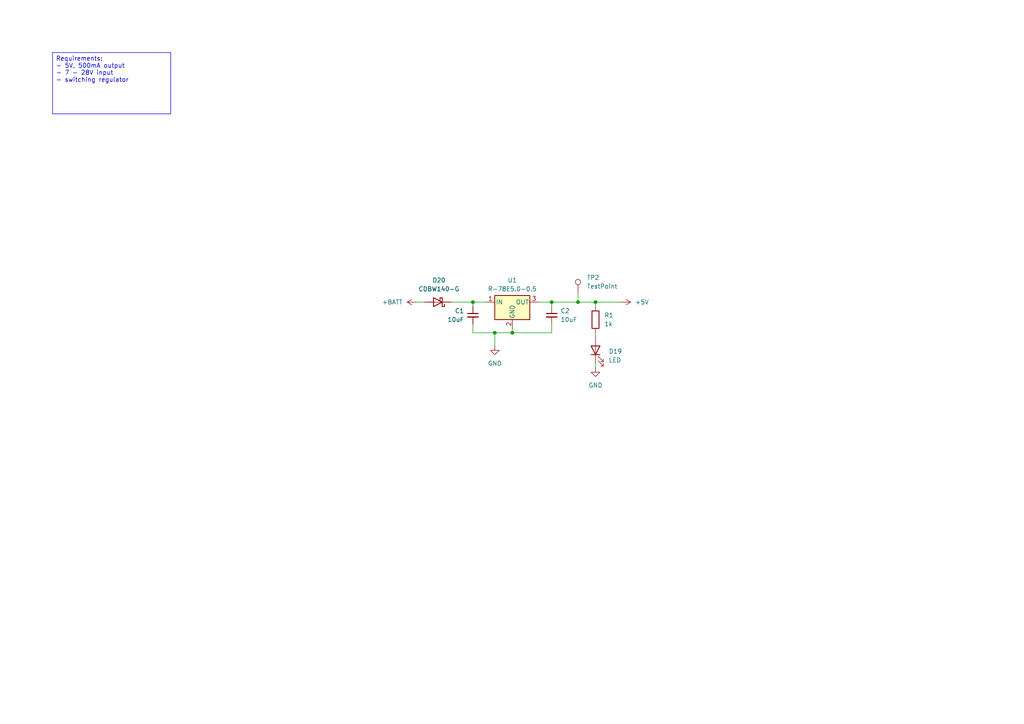
<source format=kicad_sch>
(kicad_sch (version 20250114) (generator "eeschema") (generator_version "9.0")
  (paper "A4")
  (lib_symbols
    (symbol "Connector:TestPoint" (pin_numbers (hide yes)) (pin_names (offset 0.762) (hide yes))
      (property "Reference" "TP" (at 0 6.858 0))
      (property "Value" "TestPoint" (at 0 5.08 0))
      (symbol "TestPoint_0_1"
        (circle (center 0 3.302) (radius 0.762))
      )
      (symbol "TestPoint_1_1"
        (pin passive line (at 0 0 90) (length 2.54) (name "1") (number "1"))
      )
    )
    (symbol "Device:C_Small" (pin_numbers (hide yes)) (pin_names (offset 0.254) (hide yes))
      (property "Reference" "C" (at 0.254 1.778 0))
      (property "Value" "C_Small" (at 0.254 -2.032 0))
      (symbol "C_Small_0_1"
        (polyline (pts (xy -1.524 0.508) (xy 1.524 0.508)) (stroke (width 0.3048)))
        (polyline (pts (xy -1.524 -0.508) (xy 1.524 -0.508)) (stroke (width 0.3302)))
      )
      (symbol "C_Small_1_1"
        (pin passive line (at 0 2.54 270) (length 2.032) (name "~") (number "1"))
        (pin passive line (at 0 -2.54 90) (length 2.032) (name "~") (number "2"))
      )
    )
    (symbol "Device:LED" (pin_numbers (hide yes)) (pin_names (offset 1.016) (hide yes))
      (property "Reference" "D" (at 0 2.54 0))
      (property "Value" "LED" (at 0 -2.54 0))
      (symbol "LED_0_1"
        (polyline (pts (xy -3.048 -0.762) (xy -4.572 -2.286) (xy -3.81 -2.286) (xy -4.572 -2.286) (xy -4.572 -1.524)))
        (polyline (pts (xy -1.778 -0.762) (xy -3.302 -2.286) (xy -2.54 -2.286) (xy -3.302 -2.286) (xy -3.302 -1.524)))
        (polyline (pts (xy -1.27 0) (xy 1.27 0)))
        (polyline (pts (xy -1.27 -1.27) (xy -1.27 1.27)) (stroke (width 0.254)))
        (polyline (pts (xy 1.27 -1.27) (xy 1.27 1.27) (xy -1.27 0) (xy 1.27 -1.27)) (stroke (width 0.254)))
      )
      (symbol "LED_1_1"
        (pin passive line (at -3.81 0 0) (length 2.54) (name "K") (number "1"))
        (pin passive line (at 3.81 0 180) (length 2.54) (name "A") (number "2"))
      )
    )
    (symbol "Device:R" (pin_numbers (hide yes)) (pin_names (offset 0))
      (property "Reference" "R" (at 2.032 0 90))
      (property "Value" "R" (at 0 0 90))
      (symbol "R_0_1"
        (rectangle (start -1.016 -2.54) (end 1.016 2.54) (stroke (width 0.254)))
      )
      (symbol "R_1_1"
        (pin passive line (at 0 3.81 270) (length 1.27) (name "~") (number "1"))
        (pin passive line (at 0 -3.81 90) (length 1.27) (name "~") (number "2"))
      )
    )
    (symbol "Diode:SB130" (pin_numbers (hide yes)) (pin_names (offset 1.016) (hide yes))
      (property "Reference" "D" (at 0 2.54 0))
      (property "Value" "SB130" (at 0 -2.54 0))
      (symbol "SB130_0_1"
        (polyline (pts (xy -1.905 0.635) (xy -1.905 1.27) (xy -1.27 1.27) (xy -1.27 -1.27) (xy -0.635 -1.27) (xy -0.635 -0.635)) (stroke (width 0.254)))
        (polyline (pts (xy 1.27 1.27) (xy 1.27 -1.27) (xy -1.27 0) (xy 1.27 1.27)) (stroke (width 0.254)))
        (polyline (pts (xy 1.27 0) (xy -1.27 0)))
      )
      (symbol "SB130_1_1"
        (pin passive line (at -3.81 0 0) (length 2.54) (name "K") (number "1"))
        (pin passive line (at 3.81 0 180) (length 2.54) (name "A") (number "2"))
      )
    )
    (symbol "Regulator_Switching:R-78E5.0-0.5" (pin_names (offset 0.254))
      (property "Reference" "U" (at -3.81 3.175 0))
      (property "Value" "R-78E5.0-0.5" (at 0 3.175 0))
      (symbol "R-78E5.0-0.5_0_1"
        (rectangle (start -5.08 1.905) (end 5.08 -5.08) (stroke (width 0.254)) (fill (type background)))
      )
      (symbol "R-78E5.0-0.5_1_1"
        (pin power_in line (at -7.62 0 0) (length 2.54) (name "IN") (number "1"))
        (pin power_in line (at 0 -7.62 90) (length 2.54) (name "GND") (number "2"))
        (pin power_out line (at 7.62 0 180) (length 2.54) (name "OUT") (number "3"))
      )
    )
    (symbol "power:+5V" (power) (pin_numbers (hide yes)) (pin_names (offset 0) (hide yes))
      (property "Value" "+5V" (at 0 3.556 0))
      (symbol "+5V_0_1"
        (polyline (pts (xy -0.762 1.27) (xy 0 2.54)))
        (polyline (pts (xy 0 2.54) (xy 0.762 1.27)))
        (polyline (pts (xy 0 0) (xy 0 2.54)))
      )
      (symbol "+5V_1_1"
        (pin power_in line (at 0 0 90) (length 0) (name "~") (number "1"))
      )
    )
    (symbol "power:+BATT" (power) (pin_numbers (hide yes)) (pin_names (offset 0) (hide yes))
      (property "Value" "+BATT" (at 0 3.556 0))
      (symbol "+BATT_0_1"
        (polyline (pts (xy -0.762 1.27) (xy 0 2.54)))
        (polyline (pts (xy 0 2.54) (xy 0.762 1.27)))
        (polyline (pts (xy 0 0) (xy 0 2.54)))
      )
      (symbol "+BATT_1_1"
        (pin power_in line (at 0 0 90) (length 0) (name "~") (number "1"))
      )
    )
    (symbol "power:GND" (power) (pin_numbers (hide yes)) (pin_names (offset 0) (hide yes))
      (property "Value" "GND" (at 0 -3.81 0))
      (symbol "GND_0_1"
        (polyline (pts (xy 0 0) (xy 0 -1.27) (xy 1.27 -1.27) (xy 0 -2.54) (xy -1.27 -1.27) (xy 0 -1.27)))
      )
      (symbol "GND_1_1"
        (pin power_in line (at 0 0 270) (length 0) (name "~") (number "1"))
      )
    )
  )
  (text_box "Requirements:\n- 5V, 500mA output\n- 7 - 28V input\n- switching regulator" (at 15.24 15.24 0) (size 34.29 17.78) (margins 0.9525 0.9525 0.9525 0.9525) (effects (font (size 1.27 1.27)) (justify left top)))
  (junction (at 143.51 96.52))
  (junction (at 172.72 87.63))
  (junction (at 137.16 87.63))
  (junction (at 167.64 87.63))
  (junction (at 160.02 87.63))
  (junction (at 148.59 96.52))
  (wire (pts (xy 160.02 87.63) (xy 160.02 88.9)))
  (wire (pts (xy 137.16 88.9) (xy 137.16 87.63)))
  (wire (pts (xy 172.72 87.63) (xy 180.34 87.63)))
  (wire (pts (xy 148.59 96.52) (xy 160.02 96.52)))
  (wire (pts (xy 172.72 87.63) (xy 172.72 88.9)))
  (wire (pts (xy 137.16 87.63) (xy 140.97 87.63)))
  (wire (pts (xy 167.64 87.63) (xy 172.72 87.63)))
  (wire (pts (xy 160.02 87.63) (xy 167.64 87.63)))
  (wire (pts (xy 156.21 87.63) (xy 160.02 87.63)))
  (wire (pts (xy 160.02 93.98) (xy 160.02 96.52)))
  (wire (pts (xy 137.16 96.52) (xy 143.51 96.52)))
  (wire (pts (xy 130.81 87.63) (xy 137.16 87.63)))
  (wire (pts (xy 148.59 95.25) (xy 148.59 96.52)))
  (wire (pts (xy 172.72 96.52) (xy 172.72 97.79)))
  (wire (pts (xy 143.51 96.52) (xy 143.51 100.33)))
  (wire (pts (xy 120.65 87.63) (xy 123.19 87.63)))
  (wire (pts (xy 143.51 96.52) (xy 148.59 96.52)))
  (wire (pts (xy 137.16 93.98) (xy 137.16 96.52)))
  (wire (pts (xy 167.64 85.09) (xy 167.64 87.63)))
  (wire (pts (xy 172.72 105.41) (xy 172.72 106.68)))
  (symbol (lib_id "power:+5V") (at 180.34 87.63 270) (unit 1)
    (property "Reference" "#PWR034" (effects (hide yes)))
    (property "Value" "+5V" (at 184.15 87.6299 90) (effects (justify left)))
    (property "Description" "Power symbol creates a global label with name \"+5V\"" (effects (hide yes)))
  )
  (symbol (lib_id "Device:C_Small") (at 160.02 91.44 0) (mirror y) (unit 1)
    (property "Reference" "C2" (at 162.56 90.1762 0) (effects (justify right)))
    (property "Value" "10uF" (at 162.56 92.7162 0) (effects (justify right)))
    (property "Description" "Unpolarized capacitor, small symbol" (effects (hide yes)))
  )
  (symbol (lib_id "Connector:TestPoint") (at 167.64 85.09 0) (unit 1)
    (property "Reference" "TP2" (at 170.18 80.5179 0) (effects (justify left)))
    (property "Value" "TestPoint" (at 170.18 83.0579 0) (effects (justify left)))
    (property "Description" "test point" (effects (hide yes)))
  )
  (symbol (lib_id "power:+BATT") (at 120.65 87.63 90) (unit 1)
    (property "Reference" "#PWR035" (effects (hide yes)))
    (property "Value" "+BATT" (at 116.84 87.6299 90) (effects (justify left)))
    (property "Description" "Power symbol creates a global label with name \"+BATT\"" (effects (hide yes)))
  )
  (symbol (lib_id "Regulator_Switching:R-78E5.0-0.5") (at 148.59 87.63 0) (unit 1)
    (property "Reference" "U1" (at 148.59 81.28 0))
    (property "Value" "R-78E5.0-0.5" (at 148.59 83.82 0))
    (property "Footprint" "Converter_DCDC:Converter_DCDC_RECOM_R-78E-0.5_THT" (effects (hide yes)))
    (property "Datasheet" "https://www.recom-power.com/pdf/Innoline/R-78Exx-0.5.pdf" (effects (hide yes)))
    (property "Description" "500mA Step-Down DC/DC-Regulator, 7-28V input, 5V fixed Output Voltage, LM78xx replacement, -40°C to +85°C, SIP3" (effects (hide yes)))
  )
  (symbol (lib_id "power:GND") (at 143.51 100.33 0) (unit 1)
    (property "Reference" "#PWR033" (effects (hide yes)))
    (property "Value" "GND" (at 143.51 105.41 0))
    (property "Description" "Power symbol creates a global label with name \"GND\" , ground" (effects (hide yes)))
  )
  (symbol (lib_id "Diode:SB130") (at 127 87.63 180) (unit 1)
    (property "Reference" "D20" (at 127.3175 81.28 0))
    (property "Value" "CDBW140-G" (at 127.3175 83.82 0))
    (property "Footprint" "Diode_THT:D_DO-41_SOD81_P10.16mm_Horizontal" (effects (hide yes)))
    (property "Datasheet" "http://www.diodes.com/_files/datasheets/ds23022.pdf" (effects (hide yes)))
    (property "Description" "30V 1A Schottky Barrier Rectifier Diode, DO-41" (effects (hide yes)))
  )
  (symbol (lib_id "Device:LED") (at 172.72 101.6 90) (unit 1)
    (property "Reference" "D19" (at 176.53 101.9174 90) (effects (justify right)))
    (property "Value" "LED" (at 176.53 104.4574 90) (effects (justify right)))
    (property "Footprint" "LED_SMD:LED_0603_1608Metric" (effects (hide yes)))
  )
  (symbol (lib_id "power:GND") (at 172.72 106.68 0) (unit 1)
    (property "Reference" "#PWR050" (effects (hide yes)))
    (property "Value" "GND" (at 172.72 111.76 0))
  )
  (symbol (lib_id "Device:R") (at 172.72 92.71 0) (unit 1)
    (property "Reference" "R1" (at 175.26 91.4399 0) (effects (justify left)))
    (property "Value" "1k" (at 175.26 93.9799 0) (effects (justify left)))
    (property "Footprint" "Resistor_SMD:R_0603_1608Metric" (effects (hide yes)))
  )
  (symbol (lib_id "Device:C_Small") (at 137.16 91.44 0) (unit 1)
    (property "Reference" "C1" (at 134.62 90.1762 0) (effects (justify right)))
    (property "Value" "10uF" (at 134.62 92.7162 0) (effects (justify right)))
    (property "Description" "Unpolarized capacitor, small symbol" (effects (hide yes)))
  )
)
</source>
